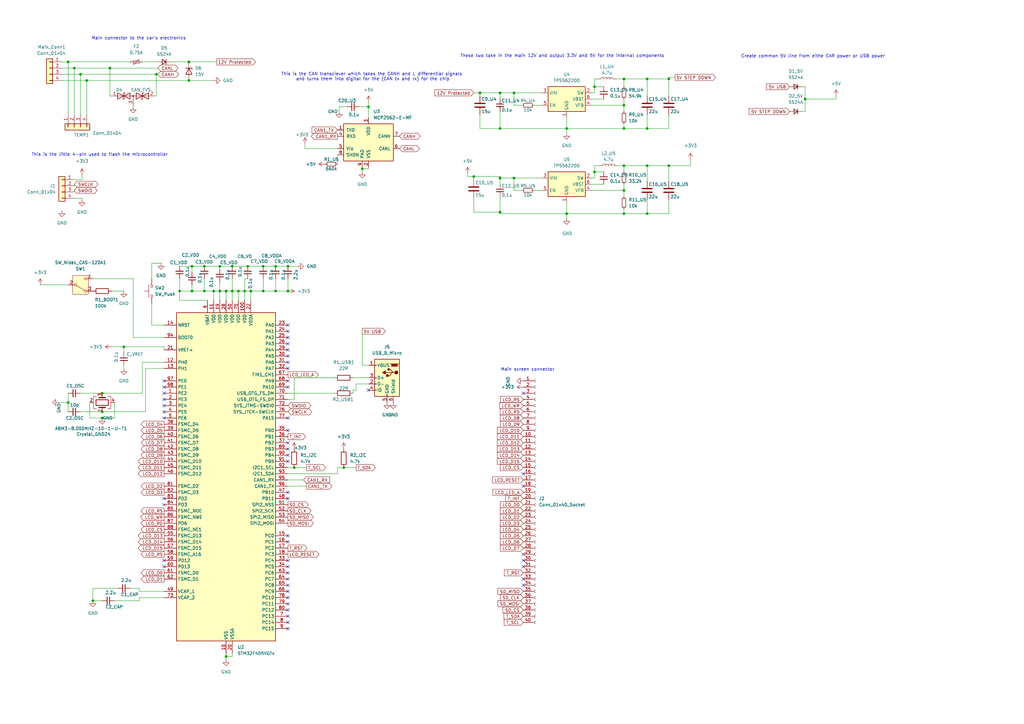
<source format=kicad_sch>
(kicad_sch (version 20250114) (generator "eeschema") (generator_version "9.0")
  (paper "A3")
  (text "Main screen connector\n" (at 216.408 151.638 0) (effects (font (size 1.27 1.27))))
  (text "These two take in the main 12V and output 3.3V and 5V for the internal components" (at 230.632 22.987 0) (effects (font (size 1.27 1.27))))
  (text "Main connector to the car's electronics" (at 56.896 15.748 0) (effects (font (size 1.27 1.27))))
  (text "Create common 5V line from eithe CAR power or USB power" (at 333.502 23.114 0) (effects (font (size 1.27 1.27))))
  (text "This is the CAN transciever which takes the CANH and L differential signals \nand turns them into digital for the (CAN tx and rx) for the chip" (at 152.908 31.496 0) (effects (font (size 1.27 1.27))))
  (text "This is the little 4-pin used to flash the microcontroller\n" (at 40.894 63.5 0) (effects (font (size 1.27 1.27))))
  (junction (at 83.82 119.38))
  (junction (at 265.43 87.63))
  (junction (at 118.11 119.38))
  (junction (at 78.74 119.38))
  (junction (at 205.105 38.1))
  (junction (at 38.1 246.38))
  (junction (at 120.65 191.77))
  (junction (at 50.8 142.24))
  (junction (at 330.2 40.64))
  (junction (at 77.47 25.4))
  (junction (at 30.48 27.94))
  (junction (at 102.87 119.38))
  (junction (at 41.91 161.29))
  (junction (at 95.25 119.38))
  (junction (at 255.905 78.105))
  (junction (at 274.32 32.385))
  (junction (at 113.03 109.22))
  (junction (at 92.71 119.38))
  (junction (at 101.6 109.22))
  (junction (at 265.43 32.385))
  (junction (at 27.94 25.4))
  (junction (at 255.905 67.945))
  (junction (at 41.91 171.45))
  (junction (at 274.32 67.945))
  (junction (at 151.13 43.815))
  (junction (at 265.43 52.705))
  (junction (at 243.84 70.485))
  (junction (at 90.17 119.38))
  (junction (at 107.95 109.22))
  (junction (at 35.56 33.02))
  (junction (at 64.135 30.48))
  (junction (at 45.085 27.94))
  (junction (at 255.905 32.385))
  (junction (at 90.17 109.22))
  (junction (at 148.59 69.215))
  (junction (at 78.74 109.22))
  (junction (at 92.71 269.24))
  (junction (at 87.63 119.38))
  (junction (at 118.11 109.22))
  (junction (at 205.105 73.025))
  (junction (at 205.105 86.995))
  (junction (at 83.82 109.22))
  (junction (at 140.97 191.77))
  (junction (at 243.84 35.56))
  (junction (at 210.82 73.025))
  (junction (at 73.66 119.38))
  (junction (at 255.905 52.705))
  (junction (at 232.41 87.63))
  (junction (at 27.94 165.1))
  (junction (at 232.41 52.705))
  (junction (at 107.95 119.38))
  (junction (at 205.105 52.705))
  (junction (at 255.905 87.63))
  (junction (at 95.25 109.22))
  (junction (at 97.79 119.38))
  (junction (at 194.31 72.39))
  (junction (at 113.03 119.38))
  (junction (at 265.43 67.945))
  (junction (at 196.85 38.1))
  (junction (at 41.91 168.91))
  (junction (at 100.33 119.38))
  (junction (at 77.47 33.02))
  (junction (at 255.905 43.18))
  (junction (at 33.02 30.48))
  (junction (at 210.82 38.1))
  (no_connect (at 67.31 229.87))
  (no_connect (at 214.63 227.33))
  (no_connect (at 214.63 240.03))
  (no_connect (at 118.11 186.69))
  (no_connect (at 118.11 201.93))
  (no_connect (at 118.11 204.47))
  (no_connect (at 118.11 146.05))
  (no_connect (at 118.11 222.25))
  (no_connect (at 118.11 240.03))
  (no_connect (at 118.11 247.65))
  (no_connect (at 118.11 156.21))
  (no_connect (at 67.31 156.21))
  (no_connect (at 67.31 158.75))
  (no_connect (at 118.11 176.53))
  (no_connect (at 67.31 171.45))
  (no_connect (at 118.11 135.89))
  (no_connect (at 118.11 252.73))
  (no_connect (at 67.31 163.83))
  (no_connect (at 118.11 245.11))
  (no_connect (at 67.31 204.47))
  (no_connect (at 118.11 219.71))
  (no_connect (at 118.11 140.97))
  (no_connect (at 151.13 160.02))
  (no_connect (at 118.11 151.13))
  (no_connect (at 67.31 232.41))
  (no_connect (at 118.11 234.95))
  (no_connect (at 118.11 158.75))
  (no_connect (at 214.63 237.49))
  (no_connect (at 118.11 184.15))
  (no_connect (at 118.11 250.19))
  (no_connect (at 214.63 229.87))
  (no_connect (at 118.11 148.59))
  (no_connect (at 118.11 237.49))
  (no_connect (at 214.63 194.31))
  (no_connect (at 118.11 133.35))
  (no_connect (at 118.11 232.41))
  (no_connect (at 118.11 138.43))
  (no_connect (at 214.63 199.39))
  (no_connect (at 118.11 143.51))
  (no_connect (at 67.31 168.91))
  (no_connect (at 118.11 171.45))
  (no_connect (at 67.31 161.29))
  (no_connect (at 118.11 255.27))
  (no_connect (at 118.11 242.57))
  (no_connect (at 67.31 207.01))
  (no_connect (at 214.63 161.29))
  (no_connect (at 67.31 166.37))
  (no_connect (at 118.11 257.81))
  (no_connect (at 118.11 229.87))
  (no_connect (at 214.63 232.41))
  (no_connect (at 118.11 189.23))
  (no_connect (at 118.11 181.61))
  (wire (pts (xy 151.13 69.215) (xy 151.13 68.58)))
  (wire (pts (xy 330.2 40.64) (xy 330.2 45.72)))
  (wire (pts (xy 242.57 73.025) (xy 243.84 73.025)))
  (wire (pts (xy 265.43 74.295) (xy 265.43 67.945)))
  (wire (pts (xy 41.91 168.91) (xy 59.69 168.91)))
  (wire (pts (xy 73.66 114.3) (xy 73.66 119.38)))
  (wire (pts (xy 50.8 149.86) (xy 50.8 151.13)))
  (wire (pts (xy 59.69 151.13) (xy 67.31 151.13)))
  (wire (pts (xy 58.42 25.4) (xy 64.77 25.4)))
  (wire (pts (xy 46.99 171.45) (xy 46.99 165.1)))
  (wire (pts (xy 191.77 71.12) (xy 191.77 72.39)))
  (wire (pts (xy 90.17 115.57) (xy 90.17 119.38)))
  (wire (pts (xy 57.15 242.57) (xy 67.31 242.57)))
  (wire (pts (xy 113.03 119.38) (xy 118.11 119.38)))
  (wire (pts (xy 46.99 246.38) (xy 57.15 246.38)))
  (wire (pts (xy 148.59 69.215) (xy 151.13 69.215)))
  (wire (pts (xy 274.32 67.945) (xy 274.32 74.295)))
  (wire (pts (xy 120.65 163.83) (xy 118.11 163.83)))
  (wire (pts (xy 87.63 119.38) (xy 87.63 123.19)))
  (wire (pts (xy 92.71 119.38) (xy 92.71 123.19)))
  (wire (pts (xy 62.23 133.35) (xy 62.23 124.46)))
  (wire (pts (xy 101.6 109.22) (xy 107.95 109.22)))
  (wire (pts (xy 138.43 191.77) (xy 140.97 191.77)))
  (wire (pts (xy 274.32 32.385) (xy 274.32 39.37)))
  (wire (pts (xy 194.31 72.39) (xy 205.105 72.39)))
  (wire (pts (xy 255.905 78.105) (xy 255.905 80.645)))
  (wire (pts (xy 33.655 81.28) (xy 30.48 81.28)))
  (wire (pts (xy 33.655 73.66) (xy 33.655 71.755)))
  (wire (pts (xy 265.43 67.945) (xy 274.32 67.945)))
  (wire (pts (xy 205.105 73.025) (xy 210.82 73.025)))
  (wire (pts (xy 342.9 40.64) (xy 342.9 39.37)))
  (wire (pts (xy 33.02 30.48) (xy 33.02 46.99)))
  (wire (pts (xy 276.86 31.75) (xy 274.32 31.75)))
  (wire (pts (xy 41.91 171.45) (xy 46.99 171.45)))
  (wire (pts (xy 137.16 154.94) (xy 120.65 154.94)))
  (wire (pts (xy 33.655 81.915) (xy 33.655 81.28)))
  (wire (pts (xy 83.82 109.22) (xy 90.17 109.22)))
  (wire (pts (xy 57.15 241.3) (xy 57.15 242.57)))
  (wire (pts (xy 95.25 119.38) (xy 97.79 119.38)))
  (wire (pts (xy 48.26 241.3) (xy 38.1 241.3)))
  (wire (pts (xy 265.43 52.705) (xy 274.32 52.705)))
  (wire (pts (xy 196.85 46.99) (xy 196.85 52.705)))
  (wire (pts (xy 57.15 246.38) (xy 57.15 245.11)))
  (wire (pts (xy 210.82 73.025) (xy 222.25 73.025)))
  (wire (pts (xy 243.84 70.485) (xy 247.65 70.485)))
  (wire (pts (xy 125.73 199.39) (xy 118.11 199.39)))
  (wire (pts (xy 73.66 123.19) (xy 85.09 123.19)))
  (wire (pts (xy 63.5 39.37) (xy 64.135 39.37)))
  (wire (pts (xy 205.105 73.025) (xy 205.105 75.565)))
  (wire (pts (xy 59.69 168.91) (xy 59.69 151.13)))
  (wire (pts (xy 92.71 267.97) (xy 92.71 269.24)))
  (wire (pts (xy 113.03 109.22) (xy 118.11 109.22)))
  (wire (pts (xy 265.43 46.99) (xy 265.43 52.705)))
  (wire (pts (xy 62.23 114.3) (xy 62.23 107.95)))
  (wire (pts (xy 107.95 114.3) (xy 107.95 119.38)))
  (wire (pts (xy 57.15 245.11) (xy 67.31 245.11)))
  (wire (pts (xy 242.57 38.1) (xy 243.84 38.1)))
  (wire (pts (xy 219.075 78.105) (xy 222.25 78.105)))
  (wire (pts (xy 151.13 41.91) (xy 151.13 43.815)))
  (wire (pts (xy 243.84 35.56) (xy 243.84 32.385)))
  (wire (pts (xy 138.43 63.5) (xy 138.43 67.31)))
  (wire (pts (xy 219.075 43.18) (xy 222.25 43.18)))
  (wire (pts (xy 243.84 70.485) (xy 243.84 73.025)))
  (wire (pts (xy 255.905 32.385) (xy 265.43 32.385)))
  (wire (pts (xy 25.4 25.4) (xy 27.94 25.4)))
  (wire (pts (xy 232.41 52.705) (xy 255.905 52.705)))
  (wire (pts (xy 328.93 35.56) (xy 330.2 35.56)))
  (wire (pts (xy 140.97 191.77) (xy 146.05 191.77)))
  (wire (pts (xy 328.93 45.72) (xy 330.2 45.72)))
  (wire (pts (xy 58.42 148.59) (xy 67.31 148.59)))
  (wire (pts (xy 95.25 269.24) (xy 95.25 267.97)))
  (wire (pts (xy 265.43 87.63) (xy 274.32 87.63)))
  (wire (pts (xy 255.905 75.565) (xy 255.905 78.105)))
  (wire (pts (xy 97.79 119.38) (xy 97.79 123.19)))
  (wire (pts (xy 92.71 269.24) (xy 92.71 270.51)))
  (wire (pts (xy 205.105 38.1) (xy 205.105 40.64)))
  (wire (pts (xy 73.66 119.38) (xy 73.66 123.19)))
  (wire (pts (xy 255.905 87.63) (xy 265.43 87.63)))
  (wire (pts (xy 253.365 67.945) (xy 255.905 67.945)))
  (wire (pts (xy 138.43 194.31) (xy 118.11 194.31)))
  (wire (pts (xy 205.105 52.705) (xy 232.41 52.705)))
  (wire (pts (xy 232.41 87.63) (xy 255.905 87.63)))
  (wire (pts (xy 92.71 119.38) (xy 95.25 119.38)))
  (wire (pts (xy 274.32 87.63) (xy 274.32 81.915)))
  (wire (pts (xy 107.95 109.22) (xy 113.03 109.22)))
  (wire (pts (xy 38.1 246.38) (xy 41.91 246.38)))
  (wire (pts (xy 148.59 69.215) (xy 148.59 70.485)))
  (wire (pts (xy 148.59 68.58) (xy 148.59 69.215)))
  (wire (pts (xy 205.105 45.72) (xy 205.105 52.705)))
  (wire (pts (xy 45.72 119.38) (xy 50.8 119.38)))
  (wire (pts (xy 45.085 27.94) (xy 45.085 39.37)))
  (wire (pts (xy 265.43 32.385) (xy 265.43 39.37)))
  (wire (pts (xy 243.84 35.56) (xy 243.84 38.1)))
  (wire (pts (xy 73.66 109.22) (xy 78.74 109.22)))
  (wire (pts (xy 77.47 25.4) (xy 88.9 25.4)))
  (wire (pts (xy 78.74 119.38) (xy 83.82 119.38)))
  (wire (pts (xy 232.41 87.63) (xy 232.41 89.535)))
  (wire (pts (xy 232.41 52.705) (xy 232.41 54.61)))
  (wire (pts (xy 25.4 27.94) (xy 30.48 27.94)))
  (wire (pts (xy 274.32 31.75) (xy 274.32 32.385)))
  (wire (pts (xy 139.065 43.815) (xy 142.24 43.815)))
  (wire (pts (xy 27.94 165.1) (xy 27.94 168.91)))
  (wire (pts (xy 38.1 241.3) (xy 38.1 246.38)))
  (wire (pts (xy 147.32 43.815) (xy 151.13 43.815)))
  (wire (pts (xy 243.84 70.485) (xy 243.84 67.945)))
  (wire (pts (xy 54.61 43.18) (xy 54.61 43.815)))
  (wire (pts (xy 25.4 33.02) (xy 35.56 33.02)))
  (wire (pts (xy 58.42 161.29) (xy 58.42 148.59)))
  (wire (pts (xy 252.73 32.385) (xy 255.905 32.385)))
  (wire (pts (xy 194.31 86.995) (xy 205.105 86.995)))
  (wire (pts (xy 196.85 38.1) (xy 196.85 39.37)))
  (wire (pts (xy 62.23 107.95) (xy 66.04 107.95)))
  (wire (pts (xy 78.74 111.76) (xy 78.74 109.22)))
  (wire (pts (xy 138.43 191.77) (xy 138.43 194.31)))
  (wire (pts (xy 283.21 65.405) (xy 283.21 67.945)))
  (wire (pts (xy 283.21 67.945) (xy 274.32 67.945)))
  (wire (pts (xy 90.17 119.38) (xy 92.71 119.38)))
  (wire (pts (xy 213.995 43.18) (xy 210.82 43.18)))
  (wire (pts (xy 139.065 45.72) (xy 139.065 43.815)))
  (wire (pts (xy 194.31 72.39) (xy 194.31 73.66)))
  (wire (pts (xy 255.905 50.8) (xy 255.905 52.705)))
  (wire (pts (xy 95.25 114.3) (xy 95.25 119.38)))
  (wire (pts (xy 205.105 80.645) (xy 205.105 86.995)))
  (wire (pts (xy 125.095 60.96) (xy 138.43 60.96)))
  (wire (pts (xy 27.94 25.4) (xy 27.94 46.99)))
  (wire (pts (xy 205.105 72.39) (xy 205.105 73.025)))
  (wire (pts (xy 53.34 241.3) (xy 57.15 241.3)))
  (wire (pts (xy 255.905 85.725) (xy 255.905 87.63)))
  (wire (pts (xy 210.82 38.1) (xy 222.25 38.1)))
  (wire (pts (xy 242.57 43.18) (xy 255.905 43.18)))
  (wire (pts (xy 210.82 43.18) (xy 210.82 38.1)))
  (wire (pts (xy 118.11 109.22) (xy 121.92 109.22)))
  (wire (pts (xy 118.11 114.3) (xy 118.11 119.38)))
  (wire (pts (xy 95.25 119.38) (xy 95.25 123.19)))
  (wire (pts (xy 107.95 119.38) (xy 113.03 119.38)))
  (wire (pts (xy 265.43 81.915) (xy 265.43 87.63)))
  (wire (pts (xy 100.33 114.3) (xy 100.33 119.38)))
  (wire (pts (xy 205.105 87.63) (xy 232.41 87.63)))
  (wire (pts (xy 196.85 38.1) (xy 205.105 38.1)))
  (wire (pts (xy 50.8 142.24) (xy 45.72 142.24)))
  (wire (pts (xy 64.135 39.37) (xy 64.135 30.48)))
  (wire (pts (xy 24.13 165.1) (xy 27.94 165.1)))
  (wire (pts (xy 125.095 59.055) (xy 125.095 60.96)))
  (wire (pts (xy 27.94 25.4) (xy 53.34 25.4)))
  (wire (pts (xy 265.43 32.385) (xy 274.32 32.385)))
  (wire (pts (xy 92.71 269.24) (xy 95.25 269.24)))
  (wire (pts (xy 242.57 40.64) (xy 247.65 40.64)))
  (wire (pts (xy 144.78 160.02) (xy 144.78 161.29)))
  (wire (pts (xy 242.57 75.565) (xy 247.65 75.565)))
  (wire (pts (xy 38.1 114.3) (xy 54.61 114.3)))
  (wire (pts (xy 90.17 119.38) (xy 90.17 123.19)))
  (wire (pts (xy 148.59 149.86) (xy 151.13 149.86)))
  (wire (pts (xy 64.77 30.48) (xy 64.135 30.48)))
  (wire (pts (xy 205.105 38.1) (xy 210.82 38.1)))
  (wire (pts (xy 45.72 39.37) (xy 45.085 39.37)))
  (wire (pts (xy 120.65 191.77) (xy 125.73 191.77)))
  (wire (pts (xy 30.48 73.66) (xy 33.655 73.66)))
  (wire (pts (xy 118.11 161.29) (xy 137.16 161.29)))
  (wire (pts (xy 62.23 133.35) (xy 67.31 133.35)))
  (wire (pts (xy 30.48 76.2) (xy 30.48 75.565)))
  (wire (pts (xy 205.105 86.995) (xy 205.105 87.63)))
  (wire (pts (xy 255.905 40.64) (xy 255.905 43.18)))
  (wire (pts (xy 30.48 78.74) (xy 30.48 78.105)))
  (wire (pts (xy 243.84 67.945) (xy 245.745 67.945)))
  (wire (pts (xy 118.11 191.77) (xy 120.65 191.77)))
  (wire (pts (xy 33.02 161.29) (xy 41.91 161.29)))
  (wire (pts (xy 83.82 119.38) (xy 87.63 119.38)))
  (wire (pts (xy 36.83 171.45) (xy 41.91 171.45)))
  (wire (pts (xy 213.995 78.105) (xy 210.82 78.105)))
  (wire (pts (xy 54.61 114.3) (xy 54.61 138.43)))
  (wire (pts (xy 35.56 33.02) (xy 77.47 33.02)))
  (wire (pts (xy 243.84 32.385) (xy 245.11 32.385)))
  (wire (pts (xy 30.48 27.94) (xy 45.085 27.94)))
  (wire (pts (xy 232.41 48.26) (xy 232.41 52.705)))
  (wire (pts (xy 274.32 52.705) (xy 274.32 46.99)))
  (wire (pts (xy 113.03 114.3) (xy 113.03 119.38)))
  (wire (pts (xy 100.33 119.38) (xy 100.33 123.19)))
  (wire (pts (xy 102.87 119.38) (xy 107.95 119.38)))
  (wire (pts (xy 330.2 35.56) (xy 330.2 40.64)))
  (wire (pts (xy 255.905 32.385) (xy 255.905 35.56)))
  (wire (pts (xy 146.05 160.02) (xy 144.78 160.02)))
  (wire (pts (xy 191.77 72.39) (xy 194.31 72.39)))
  (wire (pts (xy 330.2 40.64) (xy 342.9 40.64)))
  (wire (pts (xy 196.85 37.465) (xy 196.85 38.1)))
  (wire (pts (xy 35.56 46.99) (xy 35.56 33.02)))
  (wire (pts (xy 41.91 161.29) (xy 58.42 161.29)))
  (wire (pts (xy 78.74 116.84) (xy 78.74 119.38)))
  (wire (pts (xy 255.905 67.945) (xy 255.905 70.485)))
  (wire (pts (xy 148.59 135.89) (xy 148.59 149.86)))
  (wire (pts (xy 232.41 83.185) (xy 232.41 87.63)))
  (wire (pts (xy 50.8 144.78) (xy 50.8 142.24)))
  (wire (pts (xy 102.87 119.38) (xy 102.87 123.19)))
  (wire (pts (xy 64.77 27.94) (xy 45.085 27.94)))
  (wire (pts (xy 146.05 160.02) (xy 146.05 157.48)))
  (wire (pts (xy 50.8 142.24) (xy 67.31 142.24)))
  (wire (pts (xy 151.13 43.815) (xy 151.13 48.26)))
  (wire (pts (xy 265.43 67.945) (xy 255.905 67.945)))
  (wire (pts (xy 210.82 78.105) (xy 210.82 73.025)))
  (wire (pts (xy 33.02 168.91) (xy 41.91 168.91)))
  (wire (pts (xy 100.33 119.38) (xy 102.87 119.38)))
  (wire (pts (xy 243.84 35.56) (xy 247.65 35.56)))
  (wire (pts (xy 67.31 142.24) (xy 67.31 143.51)))
  (wire (pts (xy 120.65 154.94) (xy 120.65 163.83)))
  (wire (pts (xy 255.905 43.18) (xy 255.905 45.72)))
  (wire (pts (xy 77.47 33.02) (xy 87.63 33.02)))
  (wire (pts (xy 124.46 196.85) (xy 118.11 196.85)))
  (wire (pts (xy 16.51 116.84) (xy 27.94 116.84)))
  (wire (pts (xy 90.17 109.22) (xy 95.25 109.22)))
  (wire (pts (xy 78.74 109.22) (xy 83.82 109.22)))
  (wire (pts (xy 83.82 114.3) (xy 83.82 119.38)))
  (wire (pts (xy 146.05 157.48) (xy 151.13 157.48)))
  (wire (pts (xy 73.66 119.38) (xy 78.74 119.38)))
  (wire (pts (xy 30.48 27.94) (xy 30.48 46.99)))
  (wire (pts (xy 87.63 119.38) (xy 90.17 119.38)))
  (wire (pts (xy 69.85 25.4) (xy 77.47 25.4)))
  (wire (pts (xy 194.31 81.28) (xy 194.31 86.995)))
  (wire (pts (xy 90.17 110.49) (xy 90.17 109.22)))
  (wire (pts (xy 25.4 30.48) (xy 33.02 30.48)))
  (wire (pts (xy 54.61 138.43) (xy 67.31 138.43)))
  (wire (pts (xy 27.94 161.29) (xy 27.94 165.1)))
  (wire (pts (xy 101.6 114.3) (xy 100.33 114.3)))
  (wire (pts (xy 33.02 30.48) (xy 64.135 30.48)))
  (wire (pts (xy 194.31 38.1) (xy 196.85 38.1)))
  (wire (pts (xy 36.83 165.1) (xy 36.83 171.45)))
  (wire (pts (xy 196.85 52.705) (xy 205.105 52.705)))
  (wire (pts (xy 144.78 154.94) (xy 151.13 154.94)))
  (wire (pts (xy 255.905 52.705) (xy 265.43 52.705)))
  (wire (pts (xy 242.57 78.105) (xy 255.905 78.105)))
  (wire (pts (xy 100.33 119.38) (xy 97.79 119.38)))
  (wire (pts (xy 95.25 109.22) (xy 101.6 109.22)))
  (global_label "T_SCL" (shape output) (at 125.73 191.77 0) (property "Intersheetrefs" "${INTERSHEET_REFS}" (effects (hide yes))))
  (global_label "SD_CLK" (shape output) (at 118.11 209.55 0) (property "Intersheetrefs" "${INTERSHEET_REFS}" (effects (hide yes))))
  (global_label "LCD_D1" (shape input) (at 214.63 209.55 180) (property "Intersheetrefs" "${INTERSHEET_REFS}" (effects (hide yes))))
  (global_label "LCD_D1" (shape output) (at 67.31 237.49 180) (property "Intersheetrefs" "${INTERSHEET_REFS}" (effects (hide yes))))
  (global_label "LCD_CS" (shape output) (at 67.31 217.17 180) (property "Intersheetrefs" "${INTERSHEET_REFS}" (effects (hide yes))))
  (global_label "5V USB" (shape input) (at 323.85 35.56 180) (property "Intersheetrefs" "${INTERSHEET_REFS}" (effects (hide yes))))
  (global_label "LCD_D12" (shape output) (at 67.31 194.31 180) (property "Intersheetrefs" "${INTERSHEET_REFS}" (effects (hide yes))))
  (global_label "LCD_D0" (shape input) (at 214.63 207.01 180) (property "Intersheetrefs" "${INTERSHEET_REFS}" (effects (hide yes))))
  (global_label "CAN1_TX" (shape output) (at 125.73 199.39 0) (property "Intersheetrefs" "${INTERSHEET_REFS}" (effects (hide yes))))
  (global_label "LCD_WR" (shape output) (at 67.31 212.09 180) (property "Intersheetrefs" "${INTERSHEET_REFS}" (effects (hide yes))))
  (global_label "LCD_RS" (shape input) (at 214.63 163.83 180) (property "Intersheetrefs" "${INTERSHEET_REFS}" (effects (hide yes))))
  (global_label "LCD_D7" (shape input) (at 214.63 224.79 180) (property "Intersheetrefs" "${INTERSHEET_REFS}" (effects (hide yes))))
  (global_label "SD_CS" (shape output) (at 118.11 207.01 0) (property "Intersheetrefs" "${INTERSHEET_REFS}" (effects (hide yes))))
  (global_label "T_INT" (shape input) (at 214.63 204.47 180) (property "Intersheetrefs" "${INTERSHEET_REFS}" (effects (hide yes))))
  (global_label "LCD_D8" (shape input) (at 214.63 171.45 180) (property "Intersheetrefs" "${INTERSHEET_REFS}" (effects (hide yes))))
  (global_label "LCD_RESET" (shape input) (at 214.63 196.85 180) (property "Intersheetrefs" "${INTERSHEET_REFS}" (effects (hide yes))))
  (global_label "LCD_D2" (shape input) (at 214.63 212.09 180) (property "Intersheetrefs" "${INTERSHEET_REFS}" (effects (hide yes))))
  (global_label "LCD_D3" (shape output) (at 67.31 201.93 180) (property "Intersheetrefs" "${INTERSHEET_REFS}" (effects (hide yes))))
  (global_label "CAN1_RX" (shape input) (at 124.46 196.85 0) (property "Intersheetrefs" "${INTERSHEET_REFS}" (effects (hide yes))))
  (global_label "LCD_D9" (shape input) (at 214.63 173.99 180) (property "Intersheetrefs" "${INTERSHEET_REFS}" (effects (hide yes))))
  (global_label "LCD_D10" (shape output) (at 67.31 189.23 180) (property "Intersheetrefs" "${INTERSHEET_REFS}" (effects (hide yes))))
  (global_label "LCD_D13" (shape input) (at 214.63 184.15 180) (property "Intersheetrefs" "${INTERSHEET_REFS}" (effects (hide yes))))
  (global_label "T_RST" (shape output) (at 118.11 224.79 0) (property "Intersheetrefs" "${INTERSHEET_REFS}" (effects (hide yes))))
  (global_label "LCD_D0" (shape output) (at 67.31 234.95 180) (property "Intersheetrefs" "${INTERSHEET_REFS}" (effects (hide yes))))
  (global_label "LCD_D5" (shape input) (at 214.63 219.71 180) (property "Intersheetrefs" "${INTERSHEET_REFS}" (effects (hide yes))))
  (global_label "LCD_D3" (shape input) (at 214.63 214.63 180) (property "Intersheetrefs" "${INTERSHEET_REFS}" (effects (hide yes))))
  (global_label "LCD_RD" (shape output) (at 67.31 214.63 180) (property "Intersheetrefs" "${INTERSHEET_REFS}" (effects (hide yes))))
  (global_label "SD_MISO" (shape output) (at 118.11 212.09 0) (property "Intersheetrefs" "${INTERSHEET_REFS}" (effects (hide yes))))
  (global_label "LCD_D15" (shape input) (at 214.63 189.23 180) (property "Intersheetrefs" "${INTERSHEET_REFS}" (effects (hide yes))))
  (global_label "LCD_LED_A" (shape output) (at 118.11 153.67 0) (property "Intersheetrefs" "${INTERSHEET_REFS}" (effects (hide yes))))
  (global_label "CANH" (shape bidirectional) (at 163.83 55.88 0) (property "Intersheetrefs" "${INTERSHEET_REFS}" (effects (hide yes))))
  (global_label "CANH" (shape bidirectional) (at 64.77 30.48 0) (property "Intersheetrefs" "${INTERSHEET_REFS}" (effects (hide yes))))
  (global_label "T_SDA" (shape output) (at 146.05 191.77 0) (property "Intersheetrefs" "${INTERSHEET_REFS}" (effects (hide yes))))
  (global_label "LCD_RD" (shape input) (at 214.63 168.91 180) (property "Intersheetrefs" "${INTERSHEET_REFS}" (effects (hide yes))))
  (global_label "SWDIO" (shape bidirectional) (at 30.48 78.105 0) (property "Intersheetrefs" "${INTERSHEET_REFS}" (effects (hide yes))))
  (global_label "LCD_LED_A" (shape input) (at 214.63 201.93 180) (property "Intersheetrefs" "${INTERSHEET_REFS}" (effects (hide yes))))
  (global_label "SD_CS" (shape input) (at 214.63 250.19 180) (property "Intersheetrefs" "${INTERSHEET_REFS}" (effects (hide yes))))
  (global_label "LCD_D11" (shape output) (at 67.31 191.77 180) (property "Intersheetrefs" "${INTERSHEET_REFS}" (effects (hide yes))))
  (global_label "12V Protected" (shape input) (at 194.31 38.1 180) (property "Intersheetrefs" "${INTERSHEET_REFS}" (effects (hide yes))))
  (global_label "T_RST" (shape input) (at 214.63 234.95 180) (property "Intersheetrefs" "${INTERSHEET_REFS}" (effects (hide yes))))
  (global_label "12V Protected" (shape output) (at 88.9 25.4 0) (property "Intersheetrefs" "${INTERSHEET_REFS}" (effects (hide yes))))
  (global_label "LCD_WR" (shape input) (at 214.63 166.37 180) (property "Intersheetrefs" "${INTERSHEET_REFS}" (effects (hide yes))))
  (global_label "T_SDA" (shape input) (at 214.63 252.73 180) (property "Intersheetrefs" "${INTERSHEET_REFS}" (effects (hide yes))))
  (global_label "SWCLK" (shape bidirectional) (at 30.48 75.565 0) (property "Intersheetrefs" "${INTERSHEET_REFS}" (effects (hide yes))))
  (global_label "LCD_RESET" (shape output) (at 118.11 227.33 0) (property "Intersheetrefs" "${INTERSHEET_REFS}" (effects (hide yes))))
  (global_label "SD_CLK" (shape input) (at 214.63 245.11 180) (property "Intersheetrefs" "${INTERSHEET_REFS}" (effects (hide yes))))
  (global_label "5V STEP DOWN" (shape input) (at 323.85 45.72 180) (property "Intersheetrefs" "${INTERSHEET_REFS}" (effects (hide yes))))
  (global_label "CAN1_RX" (shape output) (at 138.43 55.88 180) (property "Intersheetrefs" "${INTERSHEET_REFS}" (effects (hide yes))))
  (global_label "LCD_D6" (shape output) (at 67.31 179.07 180) (property "Intersheetrefs" "${INTERSHEET_REFS}" (effects (hide yes))))
  (global_label "T_INT" (shape output) (at 118.11 179.07 0) (property "Intersheetrefs" "${INTERSHEET_REFS}" (effects (hide yes))))
  (global_label "SWDIO" (shape bidirectional) (at 118.11 166.37 0) (property "Intersheetrefs" "${INTERSHEET_REFS}" (effects (hide yes))))
  (global_label "LCD_D14" (shape output) (at 67.31 222.25 180) (property "Intersheetrefs" "${INTERSHEET_REFS}" (effects (hide yes))))
  (global_label "LCD_D14" (shape input) (at 214.63 186.69 180) (property "Intersheetrefs" "${INTERSHEET_REFS}" (effects (hide yes))))
  (global_label "SD_MOSI" (shape input) (at 214.63 247.65 180) (property "Intersheetrefs" "${INTERSHEET_REFS}" (effects (hide yes))))
  (global_label "LCD_D8" (shape output) (at 67.31 184.15 180) (property "Intersheetrefs" "${INTERSHEET_REFS}" (effects (hide yes))))
  (global_label "LCD_RS" (shape output) (at 67.31 209.55 180) (property "Intersheetrefs" "${INTERSHEET_REFS}" (effects (hide yes))))
  (global_label "CAN1_TX" (shape input) (at 138.43 53.34 180) (property "Intersheetrefs" "${INTERSHEET_REFS}" (effects (hide yes))))
  (global_label "SWCLK" (shape bidirectional) (at 118.11 168.91 0) (property "Intersheetrefs" "${INTERSHEET_REFS}" (effects (hide yes))))
  (global_label "5V STEP DOWN" (shape output) (at 276.86 31.75 0) (property "Intersheetrefs" "${INTERSHEET_REFS}" (effects (hide yes))))
  (global_label "CANL" (shape bidirectional) (at 64.77 27.94 0) (property "Intersheetrefs" "${INTERSHEET_REFS}" (effects (hide yes))))
  (global_label "LCD_D7" (shape output) (at 67.31 181.61 180) (property "Intersheetrefs" "${INTERSHEET_REFS}" (effects (hide yes))))
  (global_label "LCD_D11" (shape input) (at 214.63 179.07 180) (property "Intersheetrefs" "${INTERSHEET_REFS}" (effects (hide yes))))
  (global_label "CANL" (shape bidirectional) (at 163.83 60.96 0) (property "Intersheetrefs" "${INTERSHEET_REFS}" (effects (hide yes))))
  (global_label "LCD_D15" (shape output) (at 67.31 224.79 180) (property "Intersheetrefs" "${INTERSHEET_REFS}" (effects (hide yes))))
  (global_label "LCD_D4" (shape output) (at 67.31 173.99 180) (property "Intersheetrefs" "${INTERSHEET_REFS}" (effects (hide yes))))
  (global_label "LCD_D4" (shape input) (at 214.63 217.17 180) (property "Intersheetrefs" "${INTERSHEET_REFS}" (effects (hide yes))))
  (global_label "LCD_D10" (shape input) (at 214.63 176.53 180) (property "Intersheetrefs" "${INTERSHEET_REFS}" (effects (hide yes))))
  (global_label "LCD_RS" (shape output) (at 67.31 227.33 180) (property "Intersheetrefs" "${INTERSHEET_REFS}" (effects (hide yes))))
  (global_label "SD_MISO" (shape input) (at 214.63 242.57 180) (property "Intersheetrefs" "${INTERSHEET_REFS}" (effects (hide yes))))
  (global_label "LCD_D6" (shape input) (at 214.63 222.25 180) (property "Intersheetrefs" "${INTERSHEET_REFS}" (effects (hide yes))))
  (global_label "LCD_D2" (shape output) (at 67.31 199.39 180) (property "Intersheetrefs" "${INTERSHEET_REFS}" (effects (hide yes))))
  (global_label "LCD_D5" (shape output) (at 67.31 176.53 180) (property "Intersheetrefs" "${INTERSHEET_REFS}" (effects (hide yes))))
  (global_label "5V USB" (shape output) (at 148.59 135.89 0) (property "Intersheetrefs" "${INTERSHEET_REFS}" (effects (hide yes))))
  (global_label "LCD_D13" (shape output) (at 67.31 219.71 180) (property "Intersheetrefs" "${INTERSHEET_REFS}" (effects (hide yes))))
  (global_label "T_SCL" (shape input) (at 214.63 255.27 180) (property "Intersheetrefs" "${INTERSHEET_REFS}" (effects (hide yes))))
  (global_label "LCD_D12" (shape input) (at 214.63 181.61 180) (property "Intersheetrefs" "${INTERSHEET_REFS}" (effects (hide yes))))
  (global_label "LCD_CS" (shape input) (at 214.63 191.77 180) (property "Intersheetrefs" "${INTERSHEET_REFS}" (effects (hide yes))))
  (global_label "LCD_D9" (shape output) (at 67.31 186.69 180) (property "Intersheetrefs" "${INTERSHEET_REFS}" (effects (hide yes))))
  (global_label "SD_MOSI" (shape output) (at 118.11 214.63 0) (property "Intersheetrefs" "${INTERSHEET_REFS}" (effects (hide yes))))
  (symbol (lib_id "Device:C_Small") (at 205.105 43.18 0) (unit 1)
    (property "Reference" "C11_U4" (at 205.74 41.275 0) (effects (justify left)))
    (property "Value" "0.1u" (at 205.74 45.085 0) (effects (justify left)))
    (property "Footprint" "Capacitor_SMD:C_0603_1608Metric_Pad1.08x0.95mm_HandSolder" (effects (hide yes)))
  )
  (symbol (lib_id "power:+3.3V") (at 16.51 116.84 0) (unit 1)
    (property "Reference" "#PWR07" (effects (hide yes)))
    (property "Value" "+3V3" (at 16.51 111.76 0))
  )
  (symbol (lib_id "power:GND") (at 92.71 270.51 0) (unit 1)
    (property "Reference" "#PWR06" (effects (hide yes)))
    (property "Value" "GND" (at 92.71 275.59 0))
  )
  (symbol (lib_id "Device:D_Small") (at 67.31 25.4 180) (unit 1)
    (property "Reference" "D5" (at 67.31 19.685 0))
    (property "Value" "SS24A" (at 67.31 22.225 0))
    (property "Footprint" "Diode_SMD:D_SMA" (effects (hide yes)))
    (property "Datasheet" "https://docs.rs-online.com/a7bf/0900766b814bbf7a.pdf" (effects (hide yes)))
    (property "Order Code" "RS 917-9186" (effects (hide yes)))
    (property "Manufacturer Part No." "SS24A" (effects (hide yes)))
  )
  (symbol (lib_id "Device:Crystal_GND24") (at 41.91 165.1 90) (unit 1)
    (property "Reference" "ABM3-8.000MHZ-10-1-U-T1" (at 37.338 175.768 90))
    (property "Value" "Crystal_GND24" (at 38.354 178.054 90))
    (property "Footprint" "Crystal:Crystal_SMD_Abracon_ABM3B-4Pin_5.0x3.2mm" (effects (hide yes)))
    (property "Datasheet" "https://www.mouser.co.uk/datasheet/2/3/abm3b-1774998.pdf" (effects (hide yes)))
    (property "Description" "Four pin crystal, GND on pins 2 and 4" (effects (hide yes)))
  )
  (symbol (lib_id "power:+3.3V") (at 45.72 142.24 90) (unit 1)
    (property "Reference" "#PWR019" (effects (hide yes)))
    (property "Value" "+3V3" (at 41.91 142.2401 90) (effects (justify left)))
  )
  (symbol (lib_id "power:GND") (at 139.065 45.72 0) (unit 1)
    (property "Reference" "#PWR021" (effects (hide yes)))
    (property "Value" "GND" (at 136.525 45.72 0))
  )
  (symbol (lib_id "Device:C_Small") (at 144.78 43.815 90) (unit 1)
    (property "Reference" "C20_U3" (at 146.05 41.275 90) (effects (justify left)))
    (property "Value" "0.1u" (at 147.32 46.99 90) (effects (justify left)))
    (property "Footprint" "Capacitor_SMD:C_0603_1608Metric_Pad1.08x0.95mm_HandSolder" (effects (hide yes)))
  )
  (symbol (lib_id "Device:C_Small") (at 247.65 73.025 0) (unit 1)
    (property "Reference" "C14_U5" (at 250.19 71.7612 0) (effects (justify left)))
    (property "Value" "0.1u" (at 250.19 74.3012 0) (effects (justify left)))
    (property "Footprint" "Capacitor_SMD:C_0603_1608Metric_Pad1.08x0.95mm_HandSolder" (effects (hide yes)))
  )
  (symbol (lib_id "Device:R") (at 140.97 187.96 0) (unit 1)
    (property "Reference" "R2_I2C" (at 143.51 186.6899 0) (effects (justify left)))
    (property "Value" "4.7k" (at 143.51 189.2299 0) (effects (justify left)))
    (property "Description" "Resistor" (effects (hide yes)))
  )
  (symbol (lib_id "power:+3.3V") (at 125.095 59.055 0) (unit 1)
    (property "Reference" "#PWR020" (effects (hide yes)))
    (property "Value" "+3V3" (at 123.825 55.245 0))
  )
  (symbol (lib_id "Device:R_Small") (at 135.89 67.31 90) (unit 1)
    (property "Reference" "R1_U5" (at 135.89 65.405 90))
    (property "Value" "660k" (at 135.89 69.215 90))
    (property "Footprint" "Resistor_SMD:R_0603_1608Metric_Pad0.98x0.95mm_HandSolder" (effects (hide yes)))
  )
  (symbol (lib_id "Device:C") (at 274.32 78.105 0) (unit 1)
    (property "Reference" "C18_U5" (at 274.955 75.565 0) (effects (justify left)))
    (property "Value" "22u" (at 274.955 80.645 0) (effects (justify left)))
    (property "Footprint" "Capacitor_SMD:C_1210_3225Metric_Pad1.33x2.70mm_HandSolder" (effects (hide yes)))
  )
  (symbol (lib_id "Device:C_Small") (at 73.66 111.76 180) (unit 1)
    (property "Reference" "C1_VDD" (at 76.962 107.696 0) (effects (justify left)))
    (property "Value" "0.1u" (at 76.835 109.22 90) (effects (justify left)))
    (property "Footprint" "Capacitor_SMD:C_0603_1608Metric_Pad1.08x0.95mm_HandSolder" (effects (hide yes)))
  )
  (symbol (lib_id "power:GND") (at 232.41 89.535 0) (unit 1)
    (property "Reference" "#PWR0128" (effects (hide yes)))
    (property "Value" "GND" (at 232.664 95.758 0))
  )
  (symbol (lib_id "Device:R_Small") (at 216.535 78.105 90) (unit 1)
    (property "Reference" "R5_U5" (at 216.535 76.2 90))
    (property "Value" "10k" (at 216.535 80.01 90))
    (property "Footprint" "Resistor_SMD:R_0603_1608Metric_Pad0.98x0.95mm_HandSolder" (effects (hide yes)))
  )
  (symbol (lib_id "power:GND") (at 148.59 70.485 0) (unit 1)
    (property "Reference" "#PWR022" (effects (hide yes)))
    (property "Value" "GND" (at 148.59 75.565 0))
  )
  (symbol (lib_id "Device:C_Small") (at 50.8 241.3 270) (unit 1)
    (property "Reference" "C1_CAP" (at 49.53 243.84 90) (effects (justify left)))
    (property "Value" "2.2u" (at 49.53 237.998 90) (effects (justify left)))
    (property "Footprint" "Capacitor_SMD:C_0603_1608Metric_Pad1.08x0.95mm_HandSolder" (effects (hide yes)))
  )
  (symbol (lib_id "power:GND") (at 232.41 54.61 0) (unit 1)
    (property "Reference" "#PWR0121" (effects (hide yes)))
    (property "Value" "GND" (at 232.41 59.69 0))
  )
  (symbol (lib_id "power:GND") (at 161.29 165.1 0) (unit 1)
    (property "Reference" "#PWR03" (effects (hide yes)))
    (property "Value" "GND" (at 161.29 170.18 0))
    (property "Description" "Power symbol creates a global label with name \"GND\" , ground" (effects (hide yes)))
  )
  (symbol (lib_id "Device:C_Small") (at 118.11 111.76 180) (unit 1)
    (property "Reference" "C9_VDDA" (at 120.904 107.188 0) (effects (justify left)))
    (property "Value" "2.2u" (at 121.285 110.49 90) (effects (justify left)))
    (property "Footprint" "Capacitor_SMD:C_0603_1608Metric_Pad1.08x0.95mm_HandSolder" (effects (hide yes)))
  )
  (symbol (lib_id "Connector_Generic:Conn_01x04") (at 25.4 76.2 0) (mirror y) (unit 1)
    (property "Reference" "J1" (at 22.86 76.1999 0) (effects (justify left)))
    (property "Value" "Conn_01x04" (at 22.86 78.7399 0) (effects (justify left)))
    (property "Footprint" "Connector_PinHeader_2.54mm:PinHeader_1x04_P2.54mm_Vertical" (effects (hide yes)))
    (property "Description" "Generic connector, single row, 01x04, script generated (kicad-library-utils/schlib/autogen/connector/)" (effects (hide yes)))
  )
  (symbol (lib_id "power:GND") (at 41.91 171.45 0) (unit 1)
    (property "Reference" "#PWR017" (effects (hide yes)))
    (property "Value" "GND" (at 44.196 171.45 0))
    (property "Description" "Power symbol creates a global label with name \"GND\" , ground" (effects (hide yes)))
  )
  (symbol (lib_id "Device:L") (at 249.555 67.945 90) (unit 1)
    (property "Reference" "L2_U5" (at 249.555 62.865 90))
    (property "Value" "4.7u" (at 249.555 65.405 90))
    (property "Footprint" "Inductor_SMD:L_0603_1608Metric_Pad1.05x0.95mm_HandSolder" (effects (hide yes)))
  )
  (symbol (lib_id "Device:C_Small") (at 44.45 246.38 270) (unit 1)
    (property "Reference" "C2_CAP" (at 43.18 248.92 90) (effects (justify left)))
    (property "Value" "2.2u" (at 43.18 243.078 90) (effects (justify left)))
    (property "Footprint" "Capacitor_SMD:C_0603_1608Metric_Pad1.08x0.95mm_HandSolder" (effects (hide yes)))
  )
  (symbol (lib_id "Device:C") (at 274.32 43.18 0) (unit 1)
    (property "Reference" "C17_U4" (at 274.955 40.64 0) (effects (justify left)))
    (property "Value" "22u" (at 274.955 45.72 0) (effects (justify left)))
    (property "Footprint" "Capacitor_SMD:C_1210_3225Metric_Pad1.33x2.70mm_HandSolder" (effects (hide yes)))
  )
  (symbol (lib_id "MCU_ST_STM32F4:STM32F405VGTx") (at 92.71 196.85 0) (unit 1)
    (property "Reference" "U2" (at 97.3933 265.43 0) (effects (justify left)))
    (property "Value" "STM32F405VGTx" (at 97.3933 267.97 0) (effects (justify left)))
    (property "Footprint" "Package_QFP:LQFP-100_14x14mm_P0.5mm" (effects (hide yes)))
    (property "Datasheet" "https://www.st.com/resource/en/datasheet/stm32f405vg.pdf" (effects (hide yes)))
    (property "Description" "STMicroelectronics Arm Cortex-M4 MCU, 1024KB flash, 192KB RAM, 168 MHz, 1.8-3.6V, 82 GPIO, LQFP100" (effects (hide yes)))
    (pin "56" (alternate "FSMC_D14"))
    (pin "39" (alternate "FSMC_D5"))
    (pin "85" (alternate "FSMC_NOE"))
    (pin "57" (alternate "FSMC_D15"))
    (pin "58" (alternate "FSMC_A16"))
    (pin "40" (alternate "FSMC_D6"))
    (pin "42" (alternate "FSMC_D8"))
    (pin "88" (alternate "FSMC_NE1"))
    (pin "41" (alternate "FSMC_D7"))
    (pin "38" (alternate "FSMC_D4"))
    (pin "86" (alternate "FSMC_NWE"))
    (pin "55" (alternate "FSMC_D13"))
    (pin "67" (alternate "TIM1_CH1"))
    (pin "70" (alternate "USB_OTG_FS_DM"))
    (pin "71" (alternate "USB_OTG_FS_DP"))
    (pin "76" (alternate "SYS_JTCK-SWCLK"))
    (pin "92" (alternate "I2C1_SCL"))
    (pin "93" (alternate "I2C1_SDA"))
    (pin "95" (alternate "CAN1_RX"))
    (pin "96" (alternate "CAN1_TX"))
    (pin "51" (alternate "SPI2_NSS"))
    (pin "52" (alternate "SPI2_SCK"))
    (pin "53" (alternate "SPI2_MISO"))
    (pin "54" (alternate "SPI2_MOSI"))
    (pin "46" (alternate "FSMC_D12"))
    (pin "43" (alternate "FSMC_D9"))
    (pin "72" (alternate "SYS_JTMS-SWDIO"))
    (pin "82" (alternate "FSMC_D3"))
    (pin "81" (alternate "FSMC_D2"))
    (pin "62" (alternate "FSMC_D1"))
    (pin "61" (alternate "FSMC_D0"))
    (pin "45" (alternate "FSMC_D11"))
    (pin "44" (alternate "FSMC_D10"))
  )
  (symbol (lib_id "power:+5V") (at 133.35 67.31 90) (unit 1)
    (property "Reference" "#PWR027" (effects (hide yes)))
    (property "Value" "+5V" (at 129.54 67.3099 90) (effects (justify left)))
  )
  (symbol (lib_id "power:+3.3V") (at 140.97 184.15 0) (unit 1)
    (property "Reference" "#PWR018" (effects (hide yes)))
    (property "Value" "+3V3" (at 140.97 179.07 0))
  )
  (symbol (lib_id "Interface_CAN_LIN:MCP2562-E-MF") (at 151.13 58.42 0) (unit 1)
    (property "Reference" "U3" (at 153.1494 45.72 0) (effects (justify left)))
    (property "Value" "MCP2562-E-MF" (at 153.1494 48.26 0) (effects (justify left)))
    (property "Footprint" "Package_SO:SOIC-8_3.9x4.9mm_P1.27mm" (effects (hide yes)))
    (property "Datasheet" "http://ww1.microchip.com/downloads/en/DeviceDoc/25167A.pdf" (effects (hide yes)))
  )
  (symbol (lib_id "Regulator_Switching:TPS562200") (at 232.41 40.64 0) (unit 1)
    (property "Reference" "U4" (at 232.41 30.48 0))
    (property "Value" "TPS562200" (at 232.41 33.02 0))
    (property "Footprint" "Package_TO_SOT_SMD:SOT-23-6" (effects (hide yes)))
    (property "Datasheet" "http://www.ti.com/lit/ds/symlink/tps563200.pdf" (effects (hide yes)))
  )
  (symbol (lib_id "power:+5V") (at 342.9 39.37 0) (unit 1)
    (property "Reference" "#PWR026" (effects (hide yes)))
    (property "Value" "+5V" (at 342.9 34.29 0))
  )
  (symbol (lib_id "Device:C") (at 265.43 43.18 0) (unit 1)
    (property "Reference" "C15_U4" (at 266.065 40.64 0) (effects (justify left)))
    (property "Value" "22u" (at 266.065 45.72 0) (effects (justify left)))
    (property "Footprint" "Capacitor_SMD:C_1210_3225Metric_Pad1.33x2.70mm_HandSolder" (effects (hide yes)))
  )
  (symbol (lib_id "Device:R") (at 120.65 187.96 0) (unit 1)
    (property "Reference" "R1_I2C" (at 123.19 186.6899 0) (effects (justify left)))
    (property "Value" "4.7k" (at 123.19 189.2299 0) (effects (justify left)))
    (property "Description" "Resistor" (effects (hide yes)))
  )
  (symbol (lib_id "power:+5V") (at 151.13 41.91 0) (unit 1)
    (property "Reference" "#PWR023" (effects (hide yes)))
    (property "Value" "+5V" (at 151.13 36.83 0))
  )
  (symbol (lib_id "power:+3.3V") (at 118.11 119.38 270) (unit 1)
    (property "Reference" "#PWR011" (effects (hide yes)))
    (property "Value" "+3V3" (at 121.92 119.3799 90) (effects (justify left)))
  )
  (symbol (lib_id "Device:C_Small") (at 101.6 111.76 180) (unit 1)
    (property "Reference" "C6_VD" (at 103.378 105.156 0) (effects (justify left)))
    (property "Value" "0.1u" (at 102.616 114.046 90) (effects (justify left)))
    (property "Footprint" "Capacitor_SMD:C_0603_1608Metric_Pad1.08x0.95mm_HandSolder" (effects (hide yes)))
  )
  (symbol (lib_id "Device:R_Small") (at 255.905 48.26 0) (unit 1)
    (property "Reference" "R9_U4" (at 257.81 46.99 0) (effects (justify left)))
    (property "Value" "10k" (at 257.81 49.53 0) (effects (justify left)))
    (property "Footprint" "Resistor_SMD:R_0603_1608Metric_Pad0.98x0.95mm_HandSolder" (effects (hide yes)))
  )
  (symbol (lib_id "Device:R") (at 41.91 119.38 90) (unit 1)
    (property "Reference" "R1_BOOT1" (at 38.862 122.936 90) (effects (justify right)))
    (property "Value" "100k" (at 38.862 125.476 90) (effects (justify right)))
    (property "Footprint" "Resistor_SMD:R_0603_1608Metric_Pad0.98x0.95mm_HandSolder" (effects (hide yes)))
    (property "Description" "Resistor" (effects (hide yes)))
  )
  (symbol (lib_id "Device:Polyfuse_Small") (at 55.88 25.4 90) (unit 1)
    (property "Reference" "F2" (at 55.88 19.05 90))
    (property "Value" "0.75A" (at 55.88 21.59 90))
    (property "Footprint" "Fuse:Fuse_1812_4532Metric_Pad1.30x3.40mm_HandSolder" (effects (hide yes)))
    (property "Manufacturer Part No." "1206L075/16WR" (effects (hide yes)))
    (property "Order Code" "Farnell 2786572" (effects (hide yes)))
  )
  (symbol (lib_id "power:GND") (at 50.8 119.38 0) (unit 1)
    (property "Reference" "#PWR08" (effects (hide yes)))
    (property "Value" "GND" (at 50.8 124.46 0))
    (property "Description" "Power symbol creates a global label with name \"GND\" , ground" (effects (hide yes)))
  )
  (symbol (lib_id "Device:R_Small") (at 255.905 38.1 0) (unit 1)
    (property "Reference" "R8_U4" (at 257.81 36.83 0) (effects (justify left)))
    (property "Value" "54.9k" (at 257.81 39.37 0) (effects (justify left)))
    (property "Footprint" "Resistor_SMD:R_0603_1608Metric_Pad0.98x0.95mm_HandSolder" (effects (hide yes)))
  )
  (symbol (lib_id "power:+3.3V") (at 214.63 158.75 90) (unit 1)
    (property "Reference" "#PWR012" (effects (hide yes)))
    (property "Value" "+3V3" (at 210.82 158.7499 90) (effects (justify left)))
  )
  (symbol (lib_id "Device:L") (at 248.92 32.385 90) (unit 1)
    (property "Reference" "L1_U4" (at 248.92 27.305 90))
    (property "Value" "4.7u" (at 248.92 29.845 90))
    (property "Footprint" "Inductor_SMD:L_0603_1608Metric_Pad1.05x0.95mm_HandSolder" (effects (hide yes)))
  )
  (symbol (lib_id "power:GND") (at 54.61 43.815 0) (unit 1)
    (property "Reference" "#PWR01" (effects (hide yes)))
    (property "Value" "GND" (at 54.61 48.895 0))
  )
  (symbol (lib_id "power:+3.3V") (at 120.65 184.15 0) (unit 1)
    (property "Reference" "#PWR016" (effects (hide yes)))
    (property "Value" "+3V3" (at 123.19 183.642 0))
  )
  (symbol (lib_id "Device:D_Zener") (at 77.47 29.21 270) (unit 1)
    (property "Reference" "D6" (at 80.01 27.9399 90) (effects (justify left)))
    (property "Value" "15V" (at 80.01 30.4799 90) (effects (justify left)))
    (property "Footprint" "Diode_SMD:D_SOD-323_HandSoldering" (effects (hide yes)))
    (property "Datasheet" "https://docs.rs-online.com/5c35/0900766b813439e9.pdf" (effects (hide yes)))
    (property "Manufacturer Part No." "SMBJ15A" (effects (hide yes)))
    (property "Order Code" "Farnell 2675420" (effects (hide yes)))
  )
  (symbol (lib_id "power:GND") (at 87.63 33.02 90) (unit 1)
    (property "Reference" "#PWR02" (effects (hide yes)))
    (property "Value" "GND" (at 91.44 33.0199 90) (effects (justify right)))
  )
  (symbol (lib_id "power:GND") (at 50.8 151.13 0) (unit 1)
    (property "Reference" "#PWR024" (effects (hide yes)))
    (property "Value" "GND" (at 50.8 156.21 0))
    (property "Description" "Power symbol creates a global label with name \"GND\" , ground" (effects (hide yes)))
  )
  (symbol (lib_id "Device:C_Small") (at 30.48 168.91 270) (unit 1)
    (property "Reference" "C2_OSC" (at 26.924 171.45 90) (effects (justify left)))
    (property "Value" "10p" (at 28.702 166.116 90) (effects (justify left)))
    (property "Footprint" "Capacitor_SMD:C_0603_1608Metric_Pad1.08x0.95mm_HandSolder" (effects (hide yes)))
  )
  (symbol (lib_id "Device:C_Small") (at 30.48 161.29 270) (unit 1)
    (property "Reference" "C1_OSC" (at 27.178 158.242 90) (effects (justify left)))
    (property "Value" "10p" (effects (hide yes)))
    (property "Footprint" "Capacitor_SMD:C_0603_1608Metric_Pad1.08x0.95mm_HandSolder" (effects (hide yes)))
  )
  (symbol (lib_id "Connector_Generic:Conn_01x04") (at 30.48 52.07 90) (mirror x) (unit 1)
    (property "Reference" "TEMP1" (at 36.576 55.372 90) (effects (justify left)))
    (property "Value" "Conn_01x04" (at 49.784 54.61 90) (effects (justify left)))
    (property "Footprint" "Connector_PinHeader_2.54mm:PinHeader_1x04_P2.54mm_Vertical" (effects (hide yes)))
    (property "Description" "Generic connector, single row, 01x04, script generated (kicad-library-utils/schlib/autogen/connector/)" (effects (hide yes)))
  )
  (symbol (lib_id "Device:C_Small") (at 247.65 38.1 0) (unit 1)
    (property "Reference" "C13_U4" (at 250.19 36.8362 0) (effects (justify left)))
    (property "Value" "0.1u" (at 250.19 39.3762 0) (effects (justify left)))
    (property "Footprint" "Capacitor_SMD:C_0603_1608Metric_Pad1.08x0.95mm_HandSolder" (effects (hide yes)))
  )
  (symbol (lib_id "Device:C_Small") (at 113.03 111.76 180) (unit 1)
    (property "Reference" "C8_VDDA" (at 115.57 104.902 0) (effects (justify left)))
    (property "Value" "0.1u" (at 116.205 110.49 90) (effects (justify left)))
    (property "Footprint" "Capacitor_SMD:C_0603_1608Metric_Pad1.08x0.95mm_HandSolder" (effects (hide yes)))
  )
  (symbol (lib_id "power:GND") (at 33.655 81.915 0) (unit 1)
    (property "Reference" "#PWR0103" (effects (hide yes)))
    (property "Value" "GND" (at 33.655 86.995 0))
  )
  (symbol (lib_id "Device:R") (at 140.97 161.29 90) (unit 1)
    (property "Reference" "R2_USB1" (at 140.716 163.83 90))
    (property "Value" "22R" (at 140.97 159.258 90))
    (property "Footprint" "Resistor_SMD:R_0603_1608Metric_Pad0.98x0.95mm_HandSolder" (effects (hide yes)))
    (property "Description" "Resistor" (effects (hide yes)))
  )
  (symbol (lib_id "Device:C_Small") (at 205.105 78.105 0) (unit 1)
    (property "Reference" "C12_U5" (at 205.74 76.2 0) (effects (justify left)))
    (property "Value" "0.1u" (at 205.74 80.01 0) (effects (justify left)))
    (property "Footprint" "Capacitor_SMD:C_0603_1608Metric_Pad1.08x0.95mm_HandSolder" (effects (hide yes)))
  )
  (symbol (lib_id "Connector:Conn_01x40_Socket") (at 219.71 204.47 0) (unit 1)
    (property "Reference" "J2" (at 220.98 204.4699 0) (effects (justify left)))
    (property "Value" "Conn_01x40_Socket" (at 220.98 207.0099 0) (effects (justify left)))
    (property "Description" "Generic connector, single row, 01x40, script generated" (effects (hide yes)))
  )
  (symbol (lib_id "Regulator_Switching:TPS562200") (at 232.41 75.565 0) (unit 1)
    (property "Reference" "U5" (at 232.41 65.405 0))
    (property "Value" "TPS562200" (at 232.41 67.945 0))
    (property "Footprint" "Package_TO_SOT_SMD:SOT-23-6" (effects (hide yes)))
    (property "Datasheet" "http://www.ti.com/lit/ds/symlink/tps563200.pdf" (effects (hide yes)))
  )
  (symbol (lib_id "power:GND") (at 121.92 109.22 90) (unit 1)
    (property "Reference" "#PWR013" (effects (hide yes)))
    (property "Value" "GND" (at 125.73 109.2199 90) (effects (justify right)))
    (property "Description" "Power symbol creates a global label with name \"GND\" , ground" (effects (hide yes)))
  )
  (symbol (lib_id "Connector_Generic:Conn_01x04") (at 20.32 27.94 0) (mirror y) (unit 1)
    (property "Reference" "Main_Conn1" (at 26.924 19.304 0) (effects (justify left)))
    (property "Value" "Conn_01x04" (at 26.924 21.844 0) (effects (justify left)))
    (property "Footprint" "Library:Bulgin_4_Pin" (effects (hide yes)))
    (property "Description" "Generic connector, single row, 01x04, script generated (kicad-library-utils/schlib/autogen/connector/)" (effects (hide yes)))
  )
  (symbol (lib_id "Device:C_Small") (at 78.74 114.3 180) (unit 1)
    (property "Reference" "C2_VDD" (at 81.788 104.648 0) (effects (justify left)))
    (property "Value" "0.1u" (at 81.915 111.76 90) (effects (justify left)))
    (property "Footprint" "Capacitor_SMD:C_0603_1608Metric_Pad1.08x0.95mm_HandSolder" (effects (hide yes)))
  )
  (symbol (lib_id "Switch:SW_Push") (at 62.23 119.38 90) (unit 1)
    (property "Reference" "SW2" (at 63.5 118.1099 90) (effects (justify right)))
    (property "Value" "SW_Push" (at 63.5 120.6499 90) (effects (justify right)))
    (property "Description" "Push button switch, generic, two pins" (effects (hide yes)))
  )
  (symbol (lib_id "Device:R_Small") (at 255.905 83.185 0) (unit 1)
    (property "Reference" "R11_U5" (at 257.81 81.915 0) (effects (justify left)))
    (property "Value" "10k" (at 257.81 84.455 0) (effects (justify left)))
    (property "Footprint" "Resistor_SMD:R_0603_1608Metric_Pad0.98x0.95mm_HandSolder" (effects (hide yes)))
  )
  (symbol (lib_id "Device:C_Small") (at 83.82 111.76 180) (unit 1)
    (property "Reference" "C3_VDD" (at 87.376 107.442 0) (effects (justify left)))
    (property "Value" "0.1u" (at 86.614 113.538 90) (effects (justify left)))
    (property "Footprint" "Capacitor_SMD:C_0603_1608Metric_Pad1.08x0.95mm_HandSolder" (effects (hide yes)))
  )
  (symbol (lib_id "Device:R_Small") (at 216.535 43.18 90) (unit 1)
    (property "Reference" "R4_U4" (at 216.535 41.275 90))
    (property "Value" "10k" (at 216.535 45.085 90))
    (property "Footprint" "Resistor_SMD:R_0603_1608Metric_Pad0.98x0.95mm_HandSolder" (effects (hide yes)))
  )
  (symbol (lib_id "power:GND") (at 38.1 246.38 0) (unit 1)
    (property "Reference" "#PWR09" (effects (hide yes)))
    (property "Value" "GND" (at 38.1 251.46 0))
    (property "Description" "Power symbol creates a global label with name \"GND\" , ground" (effects (hide yes)))
  )
  (symbol (lib_id "power:+3.3V") (at 33.655 71.755 0) (unit 1)
    (property "Reference" "#PWR0104" (effects (hide yes)))
    (property "Value" "+3V3" (at 33.655 66.04 0))
  )
  (symbol (lib_id "power:GND") (at 24.13 165.1 270) (unit 1)
    (property "Reference" "#PWR010" (effects (hide yes)))
    (property "Value" "GND" (at 24.13 167.386 0))
    (property "Description" "Power symbol creates a global label with name \"GND\" , ground" (effects (hide yes)))
  )
  (symbol (lib_id "power:GND") (at 158.75 165.1 0) (unit 1)
    (property "Reference" "#PWR015" (effects (hide yes)))
    (property "Value" "GND" (at 158.75 170.18 0))
    (property "Description" "Power symbol creates a global label with name \"GND\" , ground" (effects (hide yes)))
  )
  (symbol (lib_id "Device:C") (at 196.85 43.18 0) (unit 1)
    (property "Reference" "C9_U4" (at 197.485 40.64 0) (effects (justify left)))
    (property "Value" "15u" (at 197.485 45.72 0) (effects (justify left)))
    (property "Footprint" "Capacitor_SMD:C_1210_3225Metric_Pad1.33x2.70mm_HandSolder" (effects (hide yes)))
  )
  (symbol (lib_id "Device:C_Small") (at 90.17 113.03 180) (unit 1)
    (property "Reference" "C4_VDD" (at 92.964 105.156 0) (effects (justify left)))
    (property "Value" "0.1u" (at 93.345 110.49 90) (effects (justify left)))
    (property "Footprint" "Capacitor_SMD:C_0603_1608Metric_Pad1.08x0.95mm_HandSolder" (effects (hide yes)))
  )
  (symbol (lib_id "Device:D_Small") (at 326.39 35.56 180) (unit 1)
    (property "Reference" "D1_5V" (at 326.39 29.21 0))
    (property "Value" "SS24A" (at 326.39 31.75 0))
    (property "Footprint" "Diode_SMD:D_SMA" (effects (hide yes)))
    (property "Datasheet" "https://docs.rs-online.com/a7bf/0900766b814bbf7a.pdf" (effects (hide yes)))
    (property "Order Code" "RS 917-9186" (effects (hide yes)))
    (property "Manufacturer Part No." "SS24A" (effects (hide yes)))
  )
  (symbol (lib_id "Device:R") (at 140.97 154.94 90) (unit 1)
    (property "Reference" "R1_USB1" (at 140.97 148.59 90))
    (property "Value" "22R" (at 140.97 151.13 90))
    (property "Footprint" "Resistor_SMD:R_0603_1608Metric_Pad0.98x0.95mm_HandSolder" (effects (hide yes)))
    (property "Description" "Resistor" (effects (hide yes)))
  )
  (symbol (lib_id "Connector:USB_B_Micro") (at 158.75 154.94 0) (mirror y) (unit 1)
    (property "Reference" "J5" (at 158.75 142.24 0))
    (property "Value" "USB_B_Micro" (at 158.75 144.78 0))
    (property "Footprint" "Connector_USB:USB_Micro-B_Wuerth_629105150521" (effects (hide yes)))
    (property "Description" "USB Micro Type B connector" (effects (hide yes)))
  )
  (symbol (lib_id "power:+5V") (at 191.77 71.12 0) (unit 1)
    (property "Reference" "#PWR025" (effects (hide yes)))
    (property "Value" "+5V" (at 191.77 66.04 0))
  )
  (symbol (lib_id "Device:D_TVS_Dual_AAC") (at 54.61 39.37 0) (unit 1)
    (property "Reference" "D4" (at 48.895 36.83 0))
    (property "Value" "CAN_TVS" (at 57.785 36.83 0))
    (property "Footprint" "Package_TO_SOT_SMD:SOT-23" (effects (hide yes)))
    (property "Datasheet" "https://www.onsemi.com/pdf/datasheet/nup2105l-d.pdf" (effects (hide yes)))
    (property "Manufacturer Part No." "SZNUP2105L" (effects (hide yes)))
    (property "Note" "ALT: CDSOT23-T24CAN , uClamp2492SQ" (effects (hide yes)))
    (property "Order Code" "Farnell 2533287" (effects (hide yes)))
  )
  (symbol (lib_id "Device:C_Small") (at 95.25 111.76 180) (unit 1)
    (property "Reference" "C5_VDD" (at 97.536 107.696 0) (effects (justify left)))
    (property "Value" "0.1u" (at 98.425 109.22 90) (effects (justify left)))
    (property "Footprint" "Capacitor_SMD:C_0603_1608Metric_Pad1.08x0.95mm_HandSolder" (effects (hide yes)))
  )
  (symbol (lib_id "power:+3.3V") (at 283.21 65.405 0) (unit 1)
    (property "Reference" "#PWR0118" (effects (hide yes)))
    (property "Value" "+3V3" (at 283.21 59.69 0))
  )
  (symbol (lib_id "Device:C") (at 194.31 77.47 0) (unit 1)
    (property "Reference" "C10_U5" (at 194.945 74.93 0) (effects (justify left)))
    (property "Value" "15u" (at 194.945 80.01 0) (effects (justify left)))
    (property "Footprint" "Capacitor_SMD:C_1210_3225Metric_Pad1.33x2.70mm_HandSolder" (effects (hide yes)))
  )
  (symbol (lib_id "Device:C_Small") (at 50.8 147.32 0) (unit 1)
    (property "Reference" "C_VREF" (at 51.816 145.288 0) (effects (justify left)))
    (property "Value" "0.1u" (at 47.625 148.59 90) (effects (justify left)))
    (property "Footprint" "Capacitor_SMD:C_0603_1608Metric_Pad1.08x0.95mm_HandSolder" (effects (hide yes)))
  )
  (symbol (lib_id "power:GND") (at 214.63 156.21 270) (unit 1)
    (property "Reference" "#PWR05" (effects (hide yes)))
    (property "Value" "GND" (at 208.407 156.464 0))
  )
  (symbol (lib_id "Device:C_Small") (at 107.95 111.76 180) (unit 1)
    (property "Reference" "C7_VDD" (at 109.982 107.188 0) (effects (justify left)))
    (property "Value" "0.1u" (at 111.125 110.49 90) (effects (justify left)))
    (property "Footprint" "Capacitor_SMD:C_0603_1608Metric_Pad1.08x0.95mm_HandSolder" (effects (hide yes)))
  )
  (symbol (lib_id "power:GND") (at 25.4 86.36 0) (unit 1)
    (property "Reference" "#PWR014" (effects (hide yes)))
    (property "Value" "GND" (at 25.4 91.44 0))
  )
  (symbol (lib_id "Switch:SW_Nidec_CAS-120A1") (at 33.02 116.84 0) (mirror x) (unit 1)
    (property "Reference" "SW1" (at 33.02 110.236 0))
    (property "Value" "SW_Nidec_CAS-120A1" (at 33.02 107.696 0))
    (property "Footprint" "Button_Switch_THT:SW_Slide-03_Wuerth-WS-SLTV_10x2.5x6.4_P2.54mm" (effects (hide yes)))
    (property "Datasheet" "https://www.nidec-components.com/e/catalog/switch/cas.pdf" (effects (hide yes)))
    (property "Description" "Switch, single pole double throw" (effects (hide yes)))
  )
  (symbol (lib_id "power:GND") (at 66.04 107.95 0) (unit 1)
    (property "Reference" "#PWR04" (effects (hide yes)))
    (property "Value" "GND" (at 66.04 113.03 0))
    (property "Description" "Power symbol creates a global label with name \"GND\" , ground" (effects (hide yes)))
  )
  (symbol (lib_id "Device:D_Small") (at 326.39 45.72 180) (unit 1)
    (property "Reference" "D2_5V" (at 326.39 39.37 0))
    (property "Value" "SS24A" (at 326.39 41.91 0))
    (property "Footprint" "Diode_SMD:D_SMA" (effects (hide yes)))
    (property "Datasheet" "https://docs.rs-online.com/a7bf/0900766b814bbf7a.pdf" (effects (hide yes)))
    (property "Order Code" "RS 917-9186" (effects (hide yes)))
    (property "Manufacturer Part No." "SS24A" (effects (hide yes)))
  )
  (symbol (lib_id "Device:R_Small") (at 255.905 73.025 0) (unit 1)
    (property "Reference" "R10_U5" (at 257.81 71.755 0) (effects (justify left)))
    (property "Value" "33.2k" (at 257.81 74.295 0) (effects (justify left)))
    (property "Footprint" "Resistor_SMD:R_0603_1608Metric_Pad0.98x0.95mm_HandSolder" (effects (hide yes)))
  )
  (symbol (lib_id "Device:C") (at 265.43 78.105 0) (unit 1)
    (property "Reference" "C16_U5" (at 266.065 75.565 0) (effects (justify left)))
    (property "Value" "22u" (at 266.065 80.645 0) (effects (justify left)))
    (property "Footprint" "Capacitor_SMD:C_1210_3225Metric_Pad1.33x2.70mm_HandSolder" (effects (hide yes)))
  )
)
</source>
